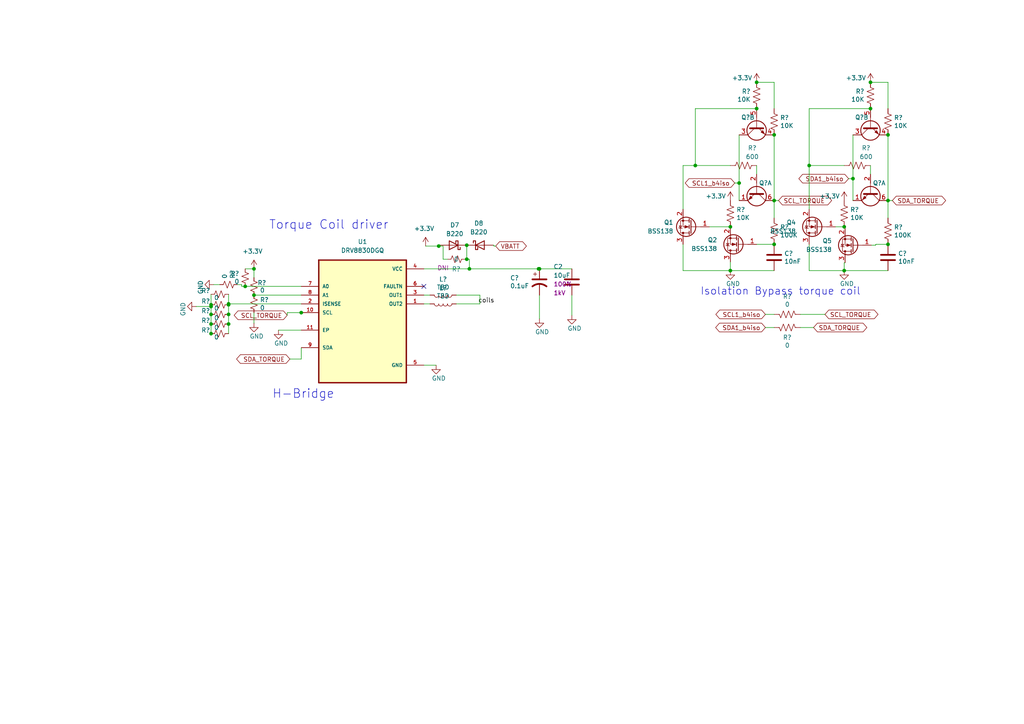
<source format=kicad_sch>
(kicad_sch (version 20230121) (generator eeschema)
  (paper "A4")
  (lib_symbols
    (symbol "DRV8830DGQ:DRV8830DGQ" (pin_names (offset 1.016))
      (property "Reference" "U" (at -12.7 18.78 0))
      (property "Value" "DRV8830DGQ" (at -12.7 -21.78 0))
      (symbol "DRV8830DGQ_0_0"
        (rectangle (start -12.7 -17.78) (end 12.7 17.78) (stroke (width 0.41)) (fill (type background)))
        (pin output line (at 17.78 5.08 180) (length 5.08) (name "OUT2") (number "1"))
        (pin input line (at -17.78 2.54 0) (length 5.08) (name "SCL") (number "10"))
        (pin bidirectional line (at -17.78 -2.54 0) (length 5.08) (name "EP") (number "11"))
        (pin input line (at -17.78 5.08 0) (length 5.08) (name "ISENSE") (number "2"))
        (pin output line (at 17.78 7.62 180) (length 5.08) (name "OUT1") (number "3"))
        (pin power_in line (at 17.78 15.24 180) (length 5.08) (name "VCC") (number "4"))
        (pin power_in line (at 17.78 -12.7 180) (length 5.08) (name "GND") (number "5"))
        (pin output line (at 17.78 10.16 180) (length 5.08) (name "FAULTN") (number "6"))
        (pin input line (at -17.78 10.16 0) (length 5.08) (name "A0") (number "7"))
        (pin input line (at -17.78 7.62 0) (length 5.08) (name "A1") (number "8"))
        (pin bidirectional line (at -17.78 -7.62 0) (length 5.08) (name "SDA") (number "9"))
      )
    )
    (symbol "Device:C" (pin_numbers hide) (pin_names (offset 0.254))
      (property "Reference" "C" (at 0.635 2.54 0))
      (property "Value" "C" (at 0.635 -2.54 0))
      (symbol "C_0_1"
        (polyline (pts (xy -2.032 -0.762) (xy 2.032 -0.762)) (stroke (width 0.508)))
        (polyline (pts (xy -2.032 0.762) (xy 2.032 0.762)) (stroke (width 0.508)))
      )
      (symbol "C_1_1"
        (pin passive line (at 0 3.81 270) (length 2.794) (name "~") (number "1"))
        (pin passive line (at 0 -3.81 90) (length 2.794) (name "~") (number "2"))
      )
    )
    (symbol "Device:L" (pin_numbers hide) (pin_names (offset 1.016) hide)
      (property "Reference" "L" (at -1.27 0 90))
      (property "Value" "L" (at 1.905 0 90))
      (symbol "L_0_1"
        (arc (start 0 -2.54) (mid 0.6323 -1.905) (end 0 -1.27))
        (arc (start 0 -1.27) (mid 0.6323 -0.635) (end 0 0))
        (arc (start 0 0) (mid 0.6323 0.635) (end 0 1.27))
        (arc (start 0 1.27) (mid 0.6323 1.905) (end 0 2.54))
      )
      (symbol "L_1_1"
        (pin passive line (at 0 3.81 270) (length 1.27) (name "1") (number "1"))
        (pin passive line (at 0 -3.81 90) (length 1.27) (name "2") (number "2"))
      )
    )
    (symbol "Device:R_Small_US" (pin_numbers hide) (pin_names (offset 0.254) hide)
      (property "Reference" "R" (at 0.762 0.508 0))
      (property "Value" "R_Small_US" (at 0.762 -1.016 0))
      (symbol "R_Small_US_1_1"
        (polyline (pts (xy 0 0) (xy 1.016 -0.381) (xy 0 -0.762) (xy -1.016 -1.143) (xy 0 -1.524)))
        (polyline (pts (xy 0 1.524) (xy 1.016 1.143) (xy 0 0.762) (xy -1.016 0.381) (xy 0 0)))
        (pin passive line (at 0 2.54 270) (length 1.016) (name "~") (number "1"))
        (pin passive line (at 0 -2.54 90) (length 1.016) (name "~") (number "2"))
      )
    )
    (symbol "Device:R_US" (pin_numbers hide) (pin_names (offset 0))
      (property "Reference" "R" (at 2.54 0 90))
      (property "Value" "R_US" (at -2.54 0 90))
      (symbol "R_US_0_1"
        (polyline (pts (xy 0 -2.286) (xy 0 -2.54)))
        (polyline (pts (xy 0 2.286) (xy 0 2.54)))
        (polyline (pts (xy 0 -0.762) (xy 1.016 -1.143) (xy 0 -1.524) (xy -1.016 -1.905) (xy 0 -2.286)))
        (polyline (pts (xy 0 0.762) (xy 1.016 0.381) (xy 0 0) (xy -1.016 -0.381) (xy 0 -0.762)))
        (polyline (pts (xy 0 2.286) (xy 1.016 1.905) (xy 0 1.524) (xy -1.016 1.143) (xy 0 0.762)))
      )
      (symbol "R_US_1_1"
        (pin passive line (at 0 3.81 270) (length 1.27) (name "~") (number "1"))
        (pin passive line (at 0 -3.81 90) (length 1.27) (name "~") (number "2"))
      )
    )
    (symbol "Diode:B220" (pin_numbers hide) (pin_names (offset 1.016) hide)
      (property "Reference" "D" (at 0 2.54 0))
      (property "Value" "B220" (at 0 -2.54 0))
      (symbol "B220_0_1"
        (polyline (pts (xy 1.27 0) (xy -1.27 0)))
        (polyline (pts (xy 1.27 1.27) (xy 1.27 -1.27) (xy -1.27 0) (xy 1.27 1.27)) (stroke (width 0.254)))
        (polyline (pts (xy -1.905 0.635) (xy -1.905 1.27) (xy -1.27 1.27) (xy -1.27 -1.27) (xy -0.635 -1.27) (xy -0.635 -0.635)) (stroke (width 0.254)))
      )
      (symbol "B220_1_1"
        (pin passive line (at -3.81 0 0) (length 2.54) (name "K") (number "1"))
        (pin passive line (at 3.81 0 180) (length 2.54) (name "A") (number "2"))
      )
    )
    (symbol "SparkFun-Capacitor:C_Polarized" (pin_numbers hide) (pin_names (offset 0.254) hide)
      (property "Reference" "C" (at 0.635 2.54 0))
      (property "Value" "C_Polarized" (at 0.635 -2.54 0))
      (property "Tolerance" "100%" (at 0 -10.16 0))
      (property "Voltage" "1kV" (at 0 -7.62 0))
      (symbol "C_Polarized_0_1"
        (polyline (pts (xy -2.032 0.762) (xy 2.032 0.762)) (stroke (width 0.508)))
        (polyline (pts (xy -1.778 2.286) (xy -0.762 2.286)))
        (polyline (pts (xy -1.27 1.778) (xy -1.27 2.794)))
        (arc (start 2.032 -1.27) (mid 0 -0.5572) (end -2.032 -1.27) (stroke (width 0.508)))
      )
      (symbol "C_Polarized_1_1"
        (pin passive line (at 0 3.81 270) (length 2.794) (name "~") (number "1"))
        (pin passive line (at 0 -3.81 90) (length 3.302) (name "~") (number "2"))
      )
    )
    (symbol "Transistor_BJT:MBT2222ADW1T1" (pin_names (offset 0) hide)
      (property "Reference" "Q" (at 5.08 1.27 0))
      (property "Value" "MBT2222ADW1T1" (at 5.08 -1.27 0))
      (symbol "MBT2222ADW1T1_0_1"
        (polyline (pts (xy 0.635 0) (xy -2.54 0)))
        (polyline (pts (xy 0.635 0.635) (xy 2.54 2.54)))
        (polyline (pts (xy 0.635 -0.635) (xy 2.54 -2.54) (xy 2.54 -2.54)))
        (polyline (pts (xy 0.635 1.905) (xy 0.635 -1.905) (xy 0.635 -1.905)) (stroke (width 0.508)))
        (polyline (pts (xy 1.27 -1.778) (xy 1.778 -1.27) (xy 2.286 -2.286) (xy 1.27 -1.778) (xy 1.27 -1.778)) (fill (type outline)))
        (circle (center 1.27 0) (radius 2.8194) (stroke (width 0.254)))
      )
      (symbol "MBT2222ADW1T1_1_1"
        (pin passive line (at 2.54 -5.08 90) (length 2.54) (name "E1") (number "1"))
        (pin input line (at -5.08 0 0) (length 2.54) (name "B1") (number "2"))
        (pin passive line (at 2.54 5.08 270) (length 2.54) (name "C1") (number "6"))
      )
      (symbol "MBT2222ADW1T1_2_1"
        (pin passive line (at 2.54 5.08 270) (length 2.54) (name "C2") (number "3"))
        (pin passive line (at 2.54 -5.08 90) (length 2.54) (name "E2") (number "4"))
        (pin input line (at -5.08 0 0) (length 2.54) (name "B2") (number "5"))
      )
    )
    (symbol "Transistor_FET:BSS138" (pin_names hide)
      (property "Reference" "Q" (at 5.08 1.905 0))
      (property "Value" "BSS138" (at 5.08 0 0))
      (symbol "BSS138_0_1"
        (polyline (pts (xy 0.254 0) (xy -2.54 0)))
        (polyline (pts (xy 0.254 1.905) (xy 0.254 -1.905)) (stroke (width 0.254)))
        (polyline (pts (xy 0.762 -1.27) (xy 0.762 -2.286)) (stroke (width 0.254)))
        (polyline (pts (xy 0.762 0.508) (xy 0.762 -0.508)) (stroke (width 0.254)))
        (polyline (pts (xy 0.762 2.286) (xy 0.762 1.27)) (stroke (width 0.254)))
        (polyline (pts (xy 2.54 2.54) (xy 2.54 1.778)))
        (polyline (pts (xy 2.54 -2.54) (xy 2.54 0) (xy 0.762 0)))
        (polyline (pts (xy 0.762 -1.778) (xy 3.302 -1.778) (xy 3.302 1.778) (xy 0.762 1.778)))
        (polyline (pts (xy 1.016 0) (xy 2.032 0.381) (xy 2.032 -0.381) (xy 1.016 0)) (fill (type outline)))
        (polyline (pts (xy 2.794 0.508) (xy 2.921 0.381) (xy 3.683 0.381) (xy 3.81 0.254)))
        (polyline (pts (xy 3.302 0.381) (xy 2.921 -0.254) (xy 3.683 -0.254) (xy 3.302 0.381)))
        (circle (center 1.651 0) (radius 2.794) (stroke (width 0.254)))
        (circle (center 2.54 -1.778) (radius 0.254) (fill (type outline)))
        (circle (center 2.54 1.778) (radius 0.254) (fill (type outline)))
      )
      (symbol "BSS138_1_1"
        (pin input line (at -5.08 0 0) (length 2.54) (name "G") (number "1"))
        (pin passive line (at 2.54 -5.08 90) (length 2.54) (name "S") (number "2"))
        (pin passive line (at 2.54 5.08 270) (length 2.54) (name "D") (number "3"))
      )
    )
    (symbol "power:+3.3V" (power) (pin_names (offset 0))
      (property "Value" "+3.3V" (at 0 3.556 0))
      (symbol "+3.3V_0_1"
        (polyline (pts (xy -0.762 1.27) (xy 0 2.54)))
        (polyline (pts (xy 0 0) (xy 0 2.54)))
        (polyline (pts (xy 0 2.54) (xy 0.762 1.27)))
      )
      (symbol "+3.3V_1_1"
        (pin power_in line (at 0 0 90) (length 0) hide (name "+3.3V") (number "1"))
      )
    )
    (symbol "power:GND" (power) (pin_names (offset 0))
      (property "Value" "GND" (at 0 -3.81 0))
      (symbol "GND_0_1"
        (polyline (pts (xy 0 0) (xy 0 -1.27) (xy 1.27 -1.27) (xy 0 -2.54) (xy -1.27 -1.27) (xy 0 -1.27)))
      )
      (symbol "GND_1_1"
        (pin power_in line (at 0 0 270) (length 0) hide (name "GND") (number "1"))
      )
    )
  )
  (junction (at 224.536 58.166))
  (junction (at 219.456 23.876))
  (junction (at 156.464 77.978))
  (junction (at 219.456 31.496))
  (junction (at 61.214 96.774))
  (junction (at 211.836 78.486))
  (junction (at 252.476 31.496))
  (junction (at 71.12 83.058))
  (junction (at 135.382 75.184))
  (junction (at 156.21 77.978))
  (junction (at 257.556 70.866))
  (junction (at 61.214 93.98))
  (junction (at 61.214 88.9))
  (junction (at 127.254 71.374))
  (junction (at 247.396 51.816))
  (junction (at 61.214 88.392))
  (junction (at 244.856 78.486))
  (junction (at 214.376 53.086))
  (junction (at 224.536 39.116))
  (junction (at 66.294 93.98))
  (junction (at 66.294 91.186))
  (junction (at 87.376 90.678))
  (junction (at 201.676 48.006))
  (junction (at 61.214 91.186))
  (junction (at 257.556 39.116))
  (junction (at 244.856 65.786))
  (junction (at 66.294 88.138))
  (junction (at 257.556 58.166))
  (junction (at 66.294 88.392))
  (junction (at 136.144 77.978))
  (junction (at 135.382 71.12))
  (junction (at 73.66 85.598))
  (junction (at 224.536 70.866))
  (junction (at 234.696 48.006))
  (junction (at 252.476 23.876))
  (junction (at 211.836 65.786))
  (junction (at 73.66 77.978))
  (no_connect (at 122.936 83.058))
  (wire (pts (xy 122.936 105.918) (xy 126.492 105.918)))
  (wire (pts (xy 165.862 85.598) (xy 165.862 91.44)))
  (wire (pts (xy 66.294 85.344) (xy 66.294 88.138)))
  (wire (pts (xy 70.104 82.55) (xy 70.104 83.058)))
  (wire (pts (xy 73.66 80.518) (xy 73.66 77.978)))
  (wire (pts (xy 245.11 65.786) (xy 244.856 65.786)))
  (wire (pts (xy 66.294 88.138) (xy 66.294 88.392)))
  (wire (pts (xy 122.936 85.598) (xy 124.714 85.598)))
  (wire (pts (xy 135.382 75.184) (xy 136.144 75.184)))
  (wire (pts (xy 239.268 91.186) (xy 232.156 91.186)))
  (wire (pts (xy 245.11 76.2) (xy 244.856 76.2)))
  (wire (pts (xy 247.396 39.116) (xy 247.396 51.816)))
  (wire (pts (xy 61.214 93.98) (xy 61.214 96.774)))
  (wire (pts (xy 225.806 58.166) (xy 224.536 58.166)))
  (wire (pts (xy 234.696 78.486) (xy 244.856 78.486)))
  (wire (pts (xy 139.192 85.598) (xy 139.192 88.138)))
  (wire (pts (xy 244.856 65.786) (xy 242.316 65.786)))
  (wire (pts (xy 87.376 90.678) (xy 83.312 90.678)))
  (wire (pts (xy 244.856 76.2) (xy 244.856 78.486)))
  (wire (pts (xy 198.12 60.706) (xy 198.12 48.006)))
  (wire (pts (xy 244.856 48.006) (xy 234.696 48.006)))
  (wire (pts (xy 211.836 78.486) (xy 211.836 75.946)))
  (wire (pts (xy 257.556 31.496) (xy 257.556 23.876)))
  (wire (pts (xy 224.536 63.246) (xy 224.536 58.166)))
  (wire (pts (xy 132.334 85.598) (xy 139.192 85.598)))
  (wire (pts (xy 219.456 50.546) (xy 219.456 48.006)))
  (wire (pts (xy 80.772 95.758) (xy 87.376 95.758)))
  (wire (pts (xy 156.21 77.978) (xy 156.464 77.978)))
  (wire (pts (xy 252.73 71.12) (xy 254 71.12)))
  (wire (pts (xy 198.12 78.486) (xy 211.836 78.486)))
  (wire (pts (xy 224.536 31.496) (xy 224.536 23.876)))
  (wire (pts (xy 61.214 85.344) (xy 61.214 88.392)))
  (wire (pts (xy 134.874 75.184) (xy 135.382 75.184)))
  (wire (pts (xy 73.66 93.726) (xy 73.66 90.678)))
  (wire (pts (xy 128.524 75.184) (xy 128.524 71.374)))
  (wire (pts (xy 61.214 96.774) (xy 61.214 97.028)))
  (wire (pts (xy 143.256 71.374) (xy 143.764 71.374)))
  (wire (pts (xy 73.66 77.978) (xy 71.12 77.978)))
  (wire (pts (xy 245.11 66.04) (xy 245.11 65.786)))
  (wire (pts (xy 87.376 104.14) (xy 87.376 100.838)))
  (wire (pts (xy 247.396 51.816) (xy 247.396 58.166)))
  (wire (pts (xy 156.21 78.232) (xy 156.464 78.232)))
  (wire (pts (xy 213.106 53.086) (xy 214.376 53.086)))
  (wire (pts (xy 224.536 39.116) (xy 224.536 58.166)))
  (wire (pts (xy 143.002 71.12) (xy 143.256 71.12)))
  (wire (pts (xy 234.696 70.866) (xy 234.696 78.486)))
  (wire (pts (xy 66.294 91.186) (xy 66.294 93.98)))
  (wire (pts (xy 127.254 71.12) (xy 127.254 71.374)))
  (wire (pts (xy 219.456 70.866) (xy 224.536 70.866)))
  (wire (pts (xy 257.556 23.876) (xy 252.476 23.876)))
  (wire (pts (xy 136.144 75.184) (xy 136.144 77.978)))
  (wire (pts (xy 224.536 23.876) (xy 219.456 23.876)))
  (wire (pts (xy 235.966 94.996) (xy 232.156 94.996)))
  (wire (pts (xy 129.794 75.184) (xy 128.524 75.184)))
  (wire (pts (xy 201.676 31.496) (xy 219.456 31.496)))
  (wire (pts (xy 87.63 90.678) (xy 87.376 90.678)))
  (wire (pts (xy 254 70.866) (xy 257.556 70.866)))
  (wire (pts (xy 66.294 88.138) (xy 87.376 88.138)))
  (wire (pts (xy 122.936 88.138) (xy 124.714 88.138)))
  (wire (pts (xy 234.696 60.706) (xy 234.696 48.006)))
  (wire (pts (xy 71.12 83.058) (xy 87.376 83.058)))
  (wire (pts (xy 211.836 48.006) (xy 201.676 48.006)))
  (wire (pts (xy 84.074 104.14) (xy 87.376 104.14)))
  (wire (pts (xy 257.556 78.486) (xy 244.856 78.486)))
  (wire (pts (xy 122.936 77.978) (xy 136.144 77.978)))
  (wire (pts (xy 214.376 53.086) (xy 214.376 58.166)))
  (wire (pts (xy 66.294 93.98) (xy 66.294 96.774)))
  (wire (pts (xy 254 71.12) (xy 254 70.866)))
  (wire (pts (xy 56.896 88.9) (xy 61.214 88.9)))
  (wire (pts (xy 139.192 88.138) (xy 132.334 88.138)))
  (wire (pts (xy 61.214 88.392) (xy 61.214 88.9)))
  (wire (pts (xy 234.696 31.496) (xy 252.476 31.496)))
  (wire (pts (xy 201.676 31.496) (xy 201.676 48.006)))
  (wire (pts (xy 198.12 48.006) (xy 201.676 48.006)))
  (wire (pts (xy 156.464 85.598) (xy 156.464 92.456)))
  (wire (pts (xy 135.382 71.12) (xy 135.382 75.184)))
  (wire (pts (xy 143.256 71.12) (xy 143.256 71.374)))
  (wire (pts (xy 73.66 85.598) (xy 87.376 85.598)))
  (wire (pts (xy 61.214 88.9) (xy 61.214 91.186)))
  (wire (pts (xy 211.836 78.486) (xy 224.536 78.486)))
  (wire (pts (xy 123.444 71.374) (xy 127.254 71.374)))
  (wire (pts (xy 156.21 78.232) (xy 156.21 77.978)))
  (wire (pts (xy 156.464 77.978) (xy 165.862 77.978)))
  (wire (pts (xy 61.976 82.55) (xy 63.754 82.55)))
  (wire (pts (xy 246.126 51.816) (xy 247.396 51.816)))
  (wire (pts (xy 66.294 88.392) (xy 66.294 91.186)))
  (wire (pts (xy 224.536 94.996) (xy 221.996 94.996)))
  (wire (pts (xy 127.254 71.374) (xy 128.524 71.374)))
  (wire (pts (xy 252.476 50.546) (xy 252.476 48.006)))
  (wire (pts (xy 83.312 90.678) (xy 83.312 91.44)))
  (wire (pts (xy 257.556 63.246) (xy 257.556 58.166)))
  (wire (pts (xy 61.214 91.186) (xy 61.214 93.98)))
  (wire (pts (xy 257.556 39.116) (xy 257.556 58.166)))
  (wire (pts (xy 224.536 91.186) (xy 221.996 91.186)))
  (wire (pts (xy 198.12 70.866) (xy 198.12 78.486)))
  (wire (pts (xy 214.376 39.116) (xy 214.376 53.086)))
  (wire (pts (xy 127.762 71.12) (xy 127.254 71.12)))
  (wire (pts (xy 136.144 77.978) (xy 156.21 77.978)))
  (wire (pts (xy 68.834 82.55) (xy 70.104 82.55)))
  (wire (pts (xy 205.74 65.786) (xy 211.836 65.786)))
  (wire (pts (xy 234.696 48.006) (xy 234.696 31.496)))
  (wire (pts (xy 70.104 83.058) (xy 71.12 83.058)))
  (wire (pts (xy 258.826 58.166) (xy 257.556 58.166)))
  (text "H-Bridge" (at 97.028 115.824 0) (effects (font (size 2.54 2.54)) (justify right bottom)))
  (text "Isolation Bypass torque coil" (at 249.682 85.852 0) (effects (font (size 2.159 2.159)) (justify right bottom)))
  (text "Torque Coil driver\n" (at 77.978 66.802 0) (effects (font (size 2.54 2.54)) (justify left bottom)))
  (label "coils" (at 138.684 88.138 0))
  (global_label "VBATT" (shape bidirectional) (at 143.764 71.374 0) (property "Intersheetrefs" "${INTERSHEET_REFS}" (effects hide)))
  (global_label "SCL_TORQUE" (shape bidirectional) (at 239.268 91.186 0) (property "Intersheetrefs" "${INTERSHEET_REFS}" (effects hide)))
  (global_label "SCL1_b4iso" (shape bidirectional) (at 221.996 91.186 180) (property "Intersheetrefs" "${INTERSHEET_REFS}" (effects hide)))
  (global_label "SDA_TORQUE" (shape bidirectional) (at 84.074 104.14 180) (property "Intersheetrefs" "${INTERSHEET_REFS}" (effects hide)))
  (global_label "SCL1_b4iso" (shape bidirectional) (at 213.106 53.086 180) (property "Intersheetrefs" "${INTERSHEET_REFS}" (effects hide)))
  (global_label "SDA_TORQUE" (shape bidirectional) (at 235.966 94.996 0) (property "Intersheetrefs" "${INTERSHEET_REFS}" (effects hide)))
  (global_label "SDA1_b4iso" (shape bidirectional) (at 246.126 51.816 180) (property "Intersheetrefs" "${INTERSHEET_REFS}" (effects hide)))
  (global_label "SDA1_b4iso" (shape bidirectional) (at 221.996 94.996 180) (property "Intersheetrefs" "${INTERSHEET_REFS}" (effects hide)))
  (global_label "SCL_TORQUE" (shape bidirectional) (at 225.806 58.166 0) (property "Intersheetrefs" "${INTERSHEET_REFS}" (effects hide)))
  (global_label "SDA_TORQUE" (shape bidirectional) (at 258.826 58.166 0) (property "Intersheetrefs" "${INTERSHEET_REFS}" (effects hide)))
  (global_label "SCL_TORQUE" (shape bidirectional) (at 83.312 91.44 180) (property "Intersheetrefs" "${INTERSHEET_REFS}" (effects hide)))
  (symbol (lib_id "Device:R_US") (at 228.346 91.186 90) (mirror x) (unit 1)
    (property "Reference" "R?" (at 228.346 85.979 90))
    (property "Value" "0" (at 228.346 88.2904 90))
    (property "Footprint" "Resistor_SMD:R_0603_1608Metric" (effects hide))
    (instances (project "xpanel" (path "" (reference "R?") (unit 1))) (project "Xpanel_V1_final" (path "" (reference "R12") (unit 1)) (path "" (reference "R27") (unit 1)) (path "" (reference "R27") (unit 1))))
  )
  (symbol (lib_id "Diode:B220") (at 131.572 71.12 180) (unit 1)
    (property "Reference" "D7" (at 131.8895 65.278 0))
    (property "Value" "B220" (at 131.8895 67.818 0))
    (property "Footprint" "Diode_SMD:D_SMB" (effects hide))
    (property "Datasheet" "http://www.jameco.com/Jameco/Products/ProdDS/1538777.pdf" (effects hide))
    (instances (project "Xpanel_V1_final" (path "" (reference "D7") (unit 1)) (path "" (reference "D4") (unit 1)) (path "" (reference "D4") (unit 1))))
  )
  (symbol (lib_id "Device:R_US") (at 228.346 94.996 90) (mirror x) (unit 1)
    (property "Reference" "R?" (at 228.346 97.8662 90))
    (property "Value" "0" (at 228.346 100.1776 90))
    (property "Footprint" "Resistor_SMD:R_0603_1608Metric" (effects hide))
    (instances (project "xpanel" (path "" (reference "R?") (unit 1))) (project "Xpanel_V1_final" (path "" (reference "R13") (unit 1)) (path "" (reference "R28") (unit 1)) (path "" (reference "R28") (unit 1))))
  )
  (symbol (lib_id "Device:R_Small_US") (at 73.66 83.058 180) (unit 1)
    (property "Reference" "R?" (at 74.676 82.042 0) (effects (justify right)))
    (property "Value" "0" (at 75.3872 84.201 0) (effects (justify right)))
    (property "Footprint" "Resistor_SMD:R_0402_1005Metric" (effects hide))
    (instances (project "xpanel" (path "" (reference "R?") (unit 1))) (project "Xpanel_V1_final" (path "" (reference "R3") (unit 1)) (path "" (reference "R10") (unit 1)) (path "" (reference "R10") (unit 1))))
  )
  (symbol (lib_id "Device:R_Small_US") (at 73.66 88.138 180) (unit 1)
    (property "Reference" "R?" (at 75.3872 86.9696 0) (effects (justify right)))
    (property "Value" "0" (at 75.3872 89.281 0) (effects (justify right)))
    (property "Footprint" "Resistor_SMD:R_0402_1005Metric" (effects hide))
    (instances (project "xpanel" (path "" (reference "R?") (unit 1))) (project "Xpanel_V1_final" (path "" (reference "R4") (unit 1)) (path "" (reference "R11") (unit 1)) (path "" (reference "R11") (unit 1))))
  )
  (symbol (lib_id "Device:R_Small_US") (at 132.334 75.184 90) (unit 1)
    (property "Reference" "R?" (at 132.334 78.0542 90))
    (property "Value" "0" (at 132.334 75.184 90))
    (property "Footprint" "Resistor_SMD:R_0603_1608Metric" (effects hide))
    (property "DNI" "DNI" (at 128.524 77.724 90))
    (instances (project "xpanel" (path "" (reference "R?") (unit 1))) (project "Xpanel_V1_final" (path "" (reference "R6") (unit 1)) (path "" (reference "R12") (unit 1)) (path "" (reference "R12") (unit 1))))
  )
  (symbol (lib_id "power:GND") (at 56.896 88.9 270) (mirror x) (unit 1)
    (property "Reference" "#PWR?" (effects hide))
    (property "Value" "GND" (at 53.086 87.63 0) (effects (justify right)))
    (instances (project "xpanel" (path "" (reference "#PWR?") (unit 1))) (project "Xpanel_V1_final" (path "" (reference "#PWR029") (unit 1)) (path "" (reference "#PWR01") (unit 1)) (path "" (reference "#PWR01") (unit 1))))
  )
  (symbol (lib_id "Device:R_Small_US") (at 63.754 93.98 270) (unit 1)
    (property "Reference" "R?" (at 60.96 92.964 90) (effects (justify right)))
    (property "Value" "0" (at 63.5 94.996 90) (effects (justify right)))
    (property "Footprint" "Resistor_SMD:R_0402_1005Metric" (effects hide))
    (instances (project "xpanel" (path "" (reference "R?") (unit 1))) (project "Xpanel_V1_final" (path "" (reference "R32") (unit 1)) (path "" (reference "R4") (unit 1)) (path "" (reference "R4") (unit 1))))
  )
  (symbol (lib_id "Transistor_BJT:MBT2222ADW1T1") (at 219.456 55.626 270) (unit 1)
    (property "Reference" "Q?" (at 221.996 53.086 90))
    (property "Value" "MBT2222ADW1T1" (effects hide))
    (property "Footprint" "Package_TO_SOT_SMD:SOT-363_SC-70-6" (effects hide))
    (property "Datasheet" "http://www.onsemi.com/pub_link/Collateral/MBT2222ADW1T1-D.PDF" (effects hide))
    (instances (project "xpanel" (path "" (reference "Q?") (unit 1)) (path "" (reference "Q?") (unit 1)) (path "" (reference "Q?") (unit 1))) (project "Xpanel_V1_final" (path "" (reference "Q3") (unit 1)) (path "" (reference "Q6") (unit 1)) (path "" (reference "Q6") (unit 1))))
  )
  (symbol (lib_id "Device:C") (at 165.862 81.788 0) (unit 1)
    (property "Reference" "C?" (at 147.955 80.6196 0) (effects (justify left)))
    (property "Value" "0.1uF" (at 147.955 82.931 0) (effects (justify left)))
    (property "Footprint" "Capacitor_SMD:C_0402_1005Metric" (effects hide))
    (instances (project "xpanel" (path "" (reference "C?") (unit 1))) (project "Xpanel_V1_final" (path "" (reference "C1") (unit 1)) (path "" (reference "C8") (unit 1)) (path "" (reference "C8") (unit 1))))
  )
  (symbol (lib_id "Transistor_FET:BSS138") (at 237.236 65.786 180) (unit 1)
    (property "Reference" "Q4" (at 230.886 64.516 0) (effects (justify left)))
    (property "Value" "BSS138" (at 230.886 67.056 0) (effects (justify left)))
    (property "Footprint" "Package_TO_SOT_SMD:SOT-23" (effects hide))
    (property "Datasheet" "https://www.onsemi.com/pub/Collateral/BSS138-D.PDF" (effects hide))
    (instances (project "Xpanel_V1_final" (path "" (reference "Q4") (unit 1)) (path "" (reference "Q8") (unit 1)) (path "" (reference "Q8") (unit 1))))
  )
  (symbol (lib_id "Diode:B220") (at 139.192 71.12 0) (unit 1)
    (property "Reference" "D8" (at 138.8745 64.77 0))
    (property "Value" "B220" (at 138.8745 67.31 0))
    (property "Footprint" "Diode_SMD:D_SMB" (effects hide))
    (property "Datasheet" "http://www.jameco.com/Jameco/Products/ProdDS/1538777.pdf" (effects hide))
    (instances (project "Xpanel_V1_final" (path "" (reference "D8") (unit 1)) (path "" (reference "D5") (unit 1)) (path "" (reference "D5") (unit 1))))
  )
  (symbol (lib_id "Device:R_US") (at 215.646 48.006 90) (unit 1)
    (property "Reference" "R?" (at 218.186 42.926 90))
    (property "Value" "600" (at 218.186 45.466 90))
    (property "Footprint" "Resistor_SMD:R_0603_1608Metric" (effects hide))
    (instances (project "xpanel" (path "" (reference "R?") (unit 1))) (project "Xpanel_V1_final" (path "" (reference "R8") (unit 1)) (path "" (reference "R21") (unit 1)) (path "" (reference "R21") (unit 1))))
  )
  (symbol (lib_id "power:GND") (at 211.836 78.486 0) (mirror y) (unit 1)
    (property "Reference" "#PWR?" (effects hide))
    (property "Value" "GND" (at 210.566 82.296 0) (effects (justify right)))
    (instances (project "xpanel" (path "" (reference "#PWR?") (unit 1))) (project "Xpanel_V1_final" (path "" (reference "#PWR013") (unit 1)) (path "" (reference "#PWR033") (unit 1)) (path "" (reference "#PWR033") (unit 1))))
  )
  (symbol (lib_id "Device:R_US") (at 211.836 61.976 180) (unit 1)
    (property "Reference" "R?" (at 213.5632 60.8076 0) (effects (justify right)))
    (property "Value" "10K" (at 213.5632 63.119 0) (effects (justify right)))
    (property "Footprint" "Resistor_SMD:R_0603_1608Metric" (effects hide))
    (instances (project "xpanel" (path "" (reference "R?") (unit 1))) (project "Xpanel_V1_final" (path "" (reference "R7") (unit 1)) (path "" (reference "R18") (unit 1)) (path "" (reference "R18") (unit 1))))
  )
  (symbol (lib_id "power:GND") (at 244.856 78.486 0) (mirror y) (unit 1)
    (property "Reference" "#PWR?" (effects hide))
    (property "Value" "GND" (at 243.586 82.296 0) (effects (justify right)))
    (instances (project "xpanel" (path "" (reference "#PWR?") (unit 1))) (project "Xpanel_V1_final" (path "" (reference "#PWR016") (unit 1)) (path "" (reference "#PWR039") (unit 1)) (path "" (reference "#PWR039") (unit 1))))
  )
  (symbol (lib_id "power:GND") (at 156.464 92.456 0) (mirror y) (unit 1)
    (property "Reference" "#PWR?" (effects hide))
    (property "Value" "GND" (at 155.194 96.266 0) (effects (justify right)))
    (instances (project "xpanel" (path "" (reference "#PWR?") (unit 1))) (project "Xpanel_V1_final" (path "" (reference "#PWR08") (unit 1)) (path "" (reference "#PWR019") (unit 1)) (path "" (reference "#PWR019") (unit 1))))
  )
  (symbol (lib_id "Transistor_BJT:MBT2222ADW1T1") (at 219.456 36.576 90) (mirror x) (unit 2)
    (property "Reference" "Q?" (at 216.916 34.036 90))
    (property "Value" "MBT2222ADW1T1" (effects hide))
    (property "Footprint" "Package_TO_SOT_SMD:SOT-363_SC-70-6" (effects hide))
    (property "Datasheet" "http://www.onsemi.com/pub_link/Collateral/MBT2222ADW1T1-D.PDF" (effects hide))
    (instances (project "xpanel" (path "" (reference "Q?") (unit 2)) (path "" (reference "Q?") (unit 2)) (path "" (reference "Q?") (unit 2))) (project "Xpanel_V1_final" (path "" (reference "Q3") (unit 2)) (path "" (reference "Q6") (unit 2)) (path "" (reference "Q6") (unit 2))))
  )
  (symbol (lib_id "Transistor_BJT:MBT2222ADW1T1") (at 252.476 36.576 90) (mirror x) (unit 2)
    (property "Reference" "Q?" (at 249.936 34.036 90))
    (property "Value" "MBT2222ADW1T1" (effects hide))
    (property "Footprint" "Package_TO_SOT_SMD:SOT-363_SC-70-6" (effects hide))
    (property "Datasheet" "http://www.onsemi.com/pub_link/Collateral/MBT2222ADW1T1-D.PDF" (effects hide))
    (instances (project "xpanel" (path "" (reference "Q?") (unit 2)) (path "" (reference "Q?") (unit 2)) (path "" (reference "Q?") (unit 2))) (project "Xpanel_V1_final" (path "" (reference "Q6") (unit 2)) (path "" (reference "Q12") (unit 2)) (path "" (reference "Q12") (unit 2))))
  )
  (symbol (lib_id "power:+3.3V") (at 73.66 77.978 0) (mirror y) (unit 1)
    (property "Reference" "#PWR?" (effects hide))
    (property "Value" "+3.3V" (at 76.2 72.898 0) (effects (justify left)))
    (instances (project "xpanel" (path "" (reference "#PWR?") (unit 1))) (project "Xpanel_V1_final" (path "" (reference "#PWR01") (unit 1)) (path "" (reference "#PWR05") (unit 1)) (path "" (reference "#PWR05") (unit 1))))
  )
  (symbol (lib_id "Device:R_Small_US") (at 66.294 82.55 90) (unit 1)
    (property "Reference" "R?" (at 67.4624 80.8482 0) (effects (justify left)))
    (property "Value" "0" (at 65.151 80.8482 0) (effects (justify left)))
    (property "Footprint" "Resistor_SMD:R_0402_1005Metric" (effects hide))
    (instances (project "xpanel" (path "" (reference "R?") (unit 1))) (project "Xpanel_V1_final" (path "" (reference "R2") (unit 1)) (path "" (reference "R6") (unit 1)) (path "" (reference "R6") (unit 1))))
  )
  (symbol (lib_id "Device:R_US") (at 244.856 61.976 180) (unit 1)
    (property "Reference" "R?" (at 246.5832 60.8076 0) (effects (justify right)))
    (property "Value" "10K" (at 246.5832 63.119 0) (effects (justify right)))
    (property "Footprint" "Resistor_SMD:R_0603_1608Metric" (effects hide))
    (instances (project "xpanel" (path "" (reference "R?") (unit 1))) (project "Xpanel_V1_final" (path "" (reference "R14") (unit 1)) (path "" (reference "R32") (unit 1)) (path "" (reference "R32") (unit 1))))
  )
  (symbol (lib_id "power:GND") (at 80.772 95.758 0) (mirror y) (unit 1)
    (property "Reference" "#PWR?" (effects hide))
    (property "Value" "GND" (at 79.502 99.568 0) (effects (justify right)))
    (instances (project "xpanel" (path "" (reference "#PWR?") (unit 1))) (project "Xpanel_V1_final" (path "" (reference "#PWR03") (unit 1)) (path "" (reference "#PWR07") (unit 1)) (path "" (reference "#PWR07") (unit 1))))
  )
  (symbol (lib_id "power:GND") (at 165.862 91.44 0) (mirror y) (unit 1)
    (property "Reference" "#PWR?" (effects hide))
    (property "Value" "GND" (at 164.592 95.25 0) (effects (justify right)))
    (instances (project "xpanel" (path "" (reference "#PWR?") (unit 1))) (project "Xpanel_V1_final" (path "" (reference "#PWR07") (unit 1)) (path "" (reference "#PWR021") (unit 1)) (path "" (reference "#PWR021") (unit 1))))
  )
  (symbol (lib_id "Device:C") (at 224.536 74.676 0) (unit 1)
    (property "Reference" "C?" (at 227.457 73.533 0) (effects (justify left)))
    (property "Value" "10nF" (at 227.457 75.819 0) (effects (justify left)))
    (property "Footprint" "Capacitor_SMD:C_0603_1608Metric" (effects hide))
    (instances (project "xpanel" (path "" (reference "C?") (unit 1))) (project "Xpanel_V1_final" (path "" (reference "C3") (unit 1)) (path "" (reference "C11") (unit 1)) (path "" (reference "C11") (unit 1))))
  )
  (symbol (lib_id "power:+3.3V") (at 244.856 58.166 0) (mirror y) (unit 1)
    (property "Reference" "#PWR?" (effects hide))
    (property "Value" "+3.3V" (at 243.586 56.896 0) (effects (justify left)))
    (instances (project "xpanel" (path "" (reference "#PWR?") (unit 1))) (project "Xpanel_V1_final" (path "" (reference "#PWR015") (unit 1)) (path "" (reference "#PWR038") (unit 1)) (path "" (reference "#PWR038") (unit 1))))
  )
  (symbol (lib_id "Device:R_US") (at 224.536 35.306 180) (unit 1)
    (property "Reference" "R?" (at 226.2632 34.1376 0) (effects (justify right)))
    (property "Value" "10K" (at 226.2632 36.449 0) (effects (justify right)))
    (property "Footprint" "Resistor_SMD:R_0402_1005Metric" (effects hide))
    (instances (project "xpanel" (path "" (reference "R?") (unit 1))) (project "Xpanel_V1_final" (path "" (reference "R10") (unit 1)) (path "" (reference "R25") (unit 1)) (path "" (reference "R25") (unit 1))))
  )
  (symbol (lib_id "Device:L") (at 128.524 85.598 270) (unit 1)
    (property "Reference" "L?" (at 128.524 81.0006 90))
    (property "Value" "TBD" (at 128.524 83.312 90))
    (property "Footprint" "Inductor_SMD:L_0603_1608Metric" (effects hide))
    (instances (project "xpanel" (path "" (reference "L?") (unit 1))) (project "Xpanel_V1_final" (path "" (reference "L1") (unit 1)) (path "" (reference "L1") (unit 1)) (path "" (reference "L1") (unit 1))))
  )
  (symbol (lib_id "Transistor_FET:BSS138") (at 247.65 71.12 180) (unit 1)
    (property "Reference" "Q5" (at 241.3 69.85 0) (effects (justify left)))
    (property "Value" "BSS138" (at 241.3 72.39 0) (effects (justify left)))
    (property "Footprint" "Package_TO_SOT_SMD:SOT-23" (effects hide))
    (property "Datasheet" "https://www.onsemi.com/pub/Collateral/BSS138-D.PDF" (effects hide))
    (instances (project "Xpanel_V1_final" (path "" (reference "Q5") (unit 1)) (path "" (reference "Q11") (unit 1)) (path "" (reference "Q11") (unit 1))))
  )
  (symbol (lib_id "power:+3.3V") (at 211.836 58.166 0) (mirror y) (unit 1)
    (property "Reference" "#PWR?" (effects hide))
    (property "Value" "+3.3V" (at 210.566 56.896 0) (effects (justify left)))
    (instances (project "xpanel" (path "" (reference "#PWR?") (unit 1))) (project "Xpanel_V1_final" (path "" (reference "#PWR012") (unit 1)) (path "" (reference "#PWR032") (unit 1)) (path "" (reference "#PWR032") (unit 1))))
  )
  (symbol (lib_id "Device:R_US") (at 248.666 48.006 270) (unit 1)
    (property "Reference" "R?" (at 251.206 42.926 90))
    (property "Value" "600" (at 251.206 45.466 90))
    (property "Footprint" "Resistor_SMD:R_0603_1608Metric" (effects hide))
    (instances (project "xpanel" (path "" (reference "R?") (unit 1))) (project "Xpanel_V1_final" (path "" (reference "R15") (unit 1)) (path "" (reference "R35") (unit 1)) (path "" (reference "R35") (unit 1))))
  )
  (symbol (lib_id "power:+3.3V") (at 123.444 71.374 0) (mirror y) (unit 1)
    (property "Reference" "#PWR?" (effects hide))
    (property "Value" "+3.3V" (at 125.984 66.294 0) (effects (justify left)))
    (instances (project "xpanel" (path "" (reference "#PWR?") (unit 1))) (project "Xpanel_V1_final" (path "" (reference "#PWR06") (unit 1)) (path "" (reference "#PWR013") (unit 1)) (path "" (reference "#PWR013") (unit 1))))
  )
  (symbol (lib_id "SparkFun-Capacitor:C_Polarized") (at 156.464 81.788 0) (unit 1)
    (property "Reference" "C2" (at 160.528 77.343 0) (effects (justify left)))
    (property "Value" "10uF" (at 160.528 79.883 0) (effects (justify left)))
    (property "Footprint" "Capacitor_SMD:C_0805_2012Metric" (effects hide))
    (property "Datasheet" "[link text](https://cdn.sparkfun.com/assets/8/a/4/a/5/Kemet_Capacitor_Datasheet.pdf)" (effects hide))
    (property "PROD_ID" "CAP-00000" (effects hide))
    (property "Tolerance" "100%" (at 160.528 82.423 0) (effects (justify left)))
    (property "Voltage" "1kV" (at 160.528 84.963 0) (effects (justify left)))
    (instances (project "Xpanel_V1_final" (path "" (reference "C2") (unit 1)) (path "" (reference "C6") (unit 1)) (path "" (reference "C6") (unit 1))))
  )
  (symbol (lib_id "power:+3.3V") (at 252.476 23.876 0) (mirror y) (unit 1)
    (property "Reference" "#PWR?" (effects hide))
    (property "Value" "+3.3V" (at 251.206 22.606 0) (effects (justify left)))
    (instances (project "xpanel" (path "" (reference "#PWR?") (unit 1))) (project "Xpanel_V1_final" (path "" (reference "#PWR017") (unit 1)) (path "" (reference "#PWR040") (unit 1)) (path "" (reference "#PWR040") (unit 1))))
  )
  (symbol (lib_id "power:GND") (at 126.492 105.918 0) (mirror y) (unit 1)
    (property "Reference" "#PWR?" (effects hide))
    (property "Value" "GND" (at 125.222 109.728 0) (effects (justify right)))
    (instances (project "xpanel" (path "" (reference "#PWR?") (unit 1))) (project "Xpanel_V1_final" (path "" (reference "#PWR05") (unit 1)) (path "" (reference "#PWR015") (unit 1)) (path "" (reference "#PWR015") (unit 1))))
  )
  (symbol (lib_id "Device:C") (at 257.556 74.676 0) (unit 1)
    (property "Reference" "C?" (at 260.477 73.533 0) (effects (justify left)))
    (property "Value" "10nF" (at 260.477 75.819 0) (effects (justify left)))
    (property "Footprint" "Capacitor_SMD:C_0603_1608Metric" (effects hide))
    (instances (project "xpanel" (path "" (reference "C?") (unit 1))) (project "Xpanel_V1_final" (path "" (reference "C4") (unit 1)) (path "" (reference "C13") (unit 1)) (path "" (reference "C13") (unit 1))))
  )
  (symbol (lib_id "Device:R_US") (at 224.536 67.056 180) (unit 1)
    (property "Reference" "R?" (at 226.2632 65.8876 0) (effects (justify right)))
    (property "Value" "100K" (at 226.2632 68.199 0) (effects (justify right)))
    (property "Footprint" "Resistor_SMD:R_0603_1608Metric" (effects hide))
    (instances (project "xpanel" (path "" (reference "R?") (unit 1))) (project "Xpanel_V1_final" (path "" (reference "R11") (unit 1)) (path "" (reference "R26") (unit 1)) (path "" (reference "R26") (unit 1))))
  )
  (symbol (lib_id "power:GND") (at 73.66 93.726 0) (mirror y) (unit 1)
    (property "Reference" "#PWR?" (effects hide))
    (property "Value" "GND" (at 72.39 97.536 0) (effects (justify right)))
    (instances (project "xpanel" (path "" (reference "#PWR?") (unit 1))) (project "Xpanel_V1_final" (path "" (reference "#PWR02") (unit 1)) (path "" (reference "#PWR06") (unit 1)) (path "" (reference "#PWR06") (unit 1))))
  )
  (symbol (lib_id "power:GND") (at 61.976 82.55 270) (mirror x) (unit 1)
    (property "Reference" "#PWR?" (effects hide))
    (property "Value" "GND" (at 58.166 81.28 0) (effects (justify right)))
    (instances (project "xpanel" (path "" (reference "#PWR?") (unit 1))) (project "Xpanel_V1_final" (path "" (reference "#PWR030") (unit 1)) (path "" (reference "#PWR02") (unit 1)) (path "" (reference "#PWR02") (unit 1))))
  )
  (symbol (lib_id "Device:R_Small_US") (at 71.12 80.518 180) (unit 1)
    (property "Reference" "R?" (at 69.4182 79.3496 0) (effects (justify left)))
    (property "Value" "0" (at 69.4182 81.661 0) (effects (justify left)))
    (property "Footprint" "Resistor_SMD:R_0402_1005Metric" (effects hide))
    (instances (project "xpanel" (path "" (reference "R?") (unit 1))) (project "Xpanel_V1_final" (path "" (reference "R1") (unit 1)) (path "" (reference "R7") (unit 1)) (path "" (reference "R7") (unit 1))))
  )
  (symbol (lib_id "Device:R_Small_US") (at 63.754 91.186 270) (unit 1)
    (property "Reference" "R?" (at 60.96 90.17 90) (effects (justify right)))
    (property "Value" "0" (at 63.5 92.202 90) (effects (justify right)))
    (property "Footprint" "Resistor_SMD:R_0402_1005Metric" (effects hide))
    (instances (project "xpanel" (path "" (reference "R?") (unit 1))) (project "Xpanel_V1_final" (path "" (reference "R31") (unit 1)) (path "" (reference "R3") (unit 1)) (path "" (reference "R3") (unit 1))))
  )
  (symbol (lib_id "Transistor_BJT:MBT2222ADW1T1") (at 252.476 55.626 270) (unit 1)
    (property "Reference" "Q?" (at 255.016 53.086 90))
    (property "Value" "MBT2222ADW1T1" (effects hide))
    (property "Footprint" "Package_TO_SOT_SMD:SOT-363_SC-70-6" (effects hide))
    (property "Datasheet" "http://www.onsemi.com/pub_link/Collateral/MBT2222ADW1T1-D.PDF" (effects hide))
    (instances (project "xpanel" (path "" (reference "Q?") (unit 1)) (path "" (reference "Q?") (unit 1)) (path "" (reference "Q?") (unit 1))) (project "Xpanel_V1_final" (path "" (reference "Q6") (unit 1)) (path "" (reference "Q12") (unit 1)) (path "" (reference "Q12") (unit 1))))
  )
  (symbol (lib_id "power:+3.3V") (at 219.456 23.876 0) (mirror y) (unit 1)
    (property "Reference" "#PWR?" (effects hide))
    (property "Value" "+3.3V" (at 218.186 22.606 0) (effects (justify left)))
    (instances (project "xpanel" (path "" (reference "#PWR?") (unit 1))) (project "Xpanel_V1_final" (path "" (reference "#PWR014") (unit 1)) (path "" (reference "#PWR034") (unit 1)) (path "" (reference "#PWR034") (unit 1))))
  )
  (symbol (lib_id "Transistor_FET:BSS138") (at 214.376 70.866 180) (unit 1)
    (property "Reference" "Q2" (at 208.026 69.596 0) (effects (justify left)))
    (property "Value" "BSS138" (at 208.026 72.136 0) (effects (justify left)))
    (property "Footprint" "Package_TO_SOT_SMD:SOT-23" (effects hide))
    (property "Datasheet" "https://www.onsemi.com/pub/Collateral/BSS138-D.PDF" (effects hide))
    (instances (project "Xpanel_V1_final" (path "" (reference "Q2") (unit 1)) (path "" (reference "Q5") (unit 1)) (path "" (reference "Q5") (unit 1))))
  )
  (symbol (lib_id "Device:R_US") (at 257.556 35.306 180) (unit 1)
    (property "Reference" "R?" (at 259.2832 34.1376 0) (effects (justify right)))
    (property "Value" "10K" (at 259.2832 36.449 0) (effects (justify right)))
    (property "Footprint" "Resistor_SMD:R_0402_1005Metric" (effects hide))
    (instances (project "xpanel" (path "" (reference "R?") (unit 1))) (project "Xpanel_V1_final" (path "" (reference "R17") (unit 1)) (path "" (reference "R37") (unit 1)) (path "" (reference "R37") (unit 1))))
  )
  (symbol (lib_id "Transistor_FET:BSS138") (at 200.66 65.786 180) (unit 1)
    (property "Reference" "Q1" (at 195.326 64.516 0) (effects (justify left)))
    (property "Value" "BSS138" (at 195.326 67.056 0) (effects (justify left)))
    (property "Footprint" "Package_TO_SOT_SMD:SOT-23" (effects hide))
    (property "Datasheet" "https://www.onsemi.com/pub/Collateral/BSS138-D.PDF" (effects hide))
    (instances (project "Xpanel_V1_final" (path "" (reference "Q1") (unit 1)) (path "" (reference "Q2") (unit 1)) (path "" (reference "Q2") (unit 1))))
  )
  (symbol (lib_id "DRV8830DGQ:DRV8830DGQ") (at 105.156 93.218 0) (unit 1)
    (property "Reference" "U1" (at 105.156 70.104 0))
    (property "Value" "DRV8830DGQ" (at 105.156 72.644 0))
    (property "Footprint" "DRV8830DGQ:IC_XTR111AIDGQR" (effects hide))
    (property "MF" "Texas Instruments" (effects hide))
    (property "Description" "\n7-V, 1-A H-bridge motor driver with speed regulation and I2C control\n" (effects hide))
    (property "Package" "HVSSOP-10 Texas Instruments" (effects hide))
    (property "Price" "None" (effects hide))
    (property "SnapEDA_Link" "https://www.snapeda.com/parts/DRV8830DGQ/Texas+Instruments/view-part/?ref=snap" (effects hide))
    (property "MP" "DRV8830DGQ" (effects hide))
    (property "Purchase-URL" "https://www.snapeda.com/api/url_track_click_mouser/?unipart_id=44532&manufacturer=Texas Instruments&part_name=DRV8830DGQ&search_term=drv8830" (effects hide))
    (property "Availability" "In Stock" (effects hide))
    (property "Check_prices" "https://www.snapeda.com/parts/DRV8830DGQ/Texas+Instruments/view-part/?ref=eda" (effects hide))
    (instances (project "Xpanel_V1_final" (path "" (reference "U1") (unit 1)) (path "" (reference "U2") (unit 1)) (path "" (reference "U2") (unit 1))))
  )
  (symbol (lib_id "Device:R_Small_US") (at 63.754 88.392 270) (unit 1)
    (property "Reference" "R?" (at 60.96 87.376 90) (effects (justify right)))
    (property "Value" "0" (at 63.5 89.408 90) (effects (justify right)))
    (property "Footprint" "Resistor_SMD:R_0402_1005Metric" (effects hide))
    (instances (project "xpanel" (path "" (reference "R?") (unit 1))) (project "Xpanel_V1_final" (path "" (reference "R5") (unit 1)) (path "" (reference "R2") (unit 1)) (path "" (reference "R2") (unit 1))))
  )
  (symbol (lib_id "Device:R_Small_US") (at 63.754 85.344 270) (unit 1)
    (property "Reference" "R?" (at 60.96 84.328 90) (effects (justify right)))
    (property "Value" "0" (at 63.5 86.36 90) (effects (justify right)))
    (property "Footprint" "Resistor_SMD:R_0402_1005Metric" (effects hide))
    (instances (project "xpanel" (path "" (reference "R?") (unit 1))) (project "Xpanel_V1_final" (path "" (reference "R33") (unit 1)) (path "" (reference "R1") (unit 1)) (path "" (reference "R1") (unit 1))))
  )
  (symbol (lib_id "Device:R_US") (at 252.476 27.686 0) (unit 1)
    (property "Reference" "R?" (at 250.7488 26.5176 0) (effects (justify right)))
    (property "Value" "10K" (at 250.7488 28.829 0) (effects (justify right)))
    (property "Footprint" "Resistor_SMD:R_0603_1608Metric" (effects hide))
    (instances (project "xpanel" (path "" (reference "R?") (unit 1))) (project "Xpanel_V1_final" (path "" (reference "R16") (unit 1)) (path "" (reference "R36") (unit 1)) (path "" (reference "R36") (unit 1))))
  )
  (symbol (lib_id "Device:L") (at 128.524 88.138 270) (unit 1)
    (property "Reference" "L?" (at 128.524 83.5406 90))
    (property "Value" "TBD" (at 128.524 85.852 90))
    (property "Footprint" "Inductor_SMD:L_0603_1608Metric" (effects hide))
    (instances (project "xpanel" (path "" (reference "L?") (unit 1))) (project "Xpanel_V1_final" (path "" (reference "L2") (unit 1)) (path "" (reference "L2") (unit 1)) (path "" (reference "L2") (unit 1))))
  )
  (symbol (lib_id "Device:R_US") (at 257.556 67.056 180) (unit 1)
    (property "Reference" "R?" (at 259.2832 65.8876 0) (effects (justify right)))
    (property "Value" "100K" (at 259.2832 68.199 0) (effects (justify right)))
    (property "Footprint" "Resistor_SMD:R_0603_1608Metric" (effects hide))
    (instances (project "xpanel" (path "" (reference "R?") (unit 1))) (project "Xpanel_V1_final" (path "" (reference "R18") (unit 1)) (path "" (reference "R38") (unit 1)) (path "" (reference "R38") (unit 1))))
  )
  (symbol (lib_id "Device:R_Small_US") (at 63.754 96.774 270) (unit 1)
    (property "Reference" "R?" (at 60.96 95.758 90) (effects (justify right)))
    (property "Value" "0" (at 63.5 97.79 90) (effects (justify right)))
    (property "Footprint" "Resistor_SMD:R_0402_1005Metric" (effects hide))
    (instances (project "xpanel" (path "" (reference "R?") (unit 1))) (project "Xpanel_V1_final" (path "" (reference "R34") (unit 1)) (path "" (reference "R5") (unit 1)) (path "" (reference "R5") (unit 1))))
  )
  (symbol (lib_id "Device:R_US") (at 219.456 27.686 0) (unit 1)
    (property "Reference" "R?" (at 217.7288 26.5176 0) (effects (justify right)))
    (property "Value" "10K" (at 217.7288 28.829 0) (effects (justify right)))
    (property "Footprint" "Resistor_SMD:R_0603_1608Metric" (effects hide))
    (instances (project "xpanel" (path "" (reference "R?") (unit 1))) (project "Xpanel_V1_final" (path "" (reference "R9") (unit 1)) (path "" (reference "R24") (unit 1)) (path "" (reference "R24") (unit 1))))
  )
)
</source>
